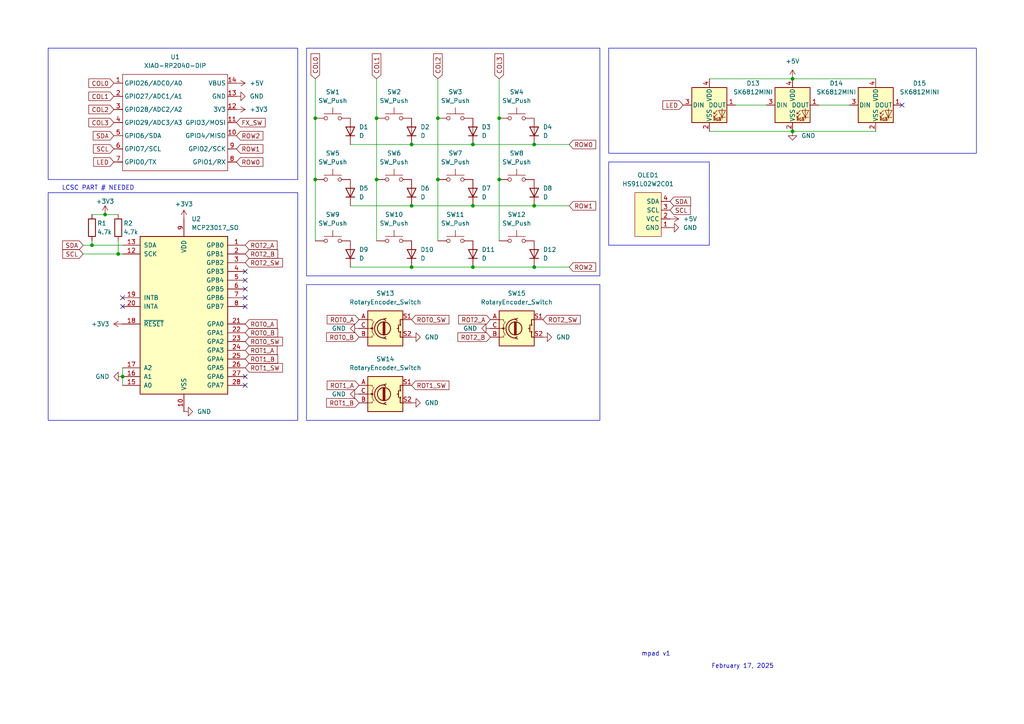
<source format=kicad_sch>
(kicad_sch (version 20250114) (generator "eeschema") (generator_version "9.0")
  (paper "A4")
  (lib_symbols
    (symbol "Device:D" (pin_numbers (hide yes)) (pin_names (offset 1.016) (hide yes))
      (property "Reference" "D" (at 0 2.54 0))
      (property "Value" "D" (at 0 -2.54 0))
      (symbol "D_0_1"
        (polyline (pts (xy -1.27 1.27) (xy -1.27 -1.27)) (stroke (width 0.254)))
        (polyline (pts (xy 1.27 1.27) (xy 1.27 -1.27) (xy -1.27 0) (xy 1.27 1.27)) (stroke (width 0.254)))
        (polyline (pts (xy 1.27 0) (xy -1.27 0)))
      )
      (symbol "D_1_1"
        (pin passive line (at -3.81 0 0) (length 2.54) (name "K") (number "1"))
        (pin passive line (at 3.81 0 180) (length 2.54) (name "A") (number "2"))
      )
    )
    (symbol "Device:R" (pin_numbers (hide yes)) (pin_names (offset 0))
      (property "Reference" "R" (at 2.032 0 90))
      (property "Value" "R" (at 0 0 90))
      (symbol "R_0_1"
        (rectangle (start -1.016 -2.54) (end 1.016 2.54) (stroke (width 0.254)))
      )
      (symbol "R_1_1"
        (pin passive line (at 0 3.81 270) (length 1.27) (name "~") (number "1"))
        (pin passive line (at 0 -3.81 90) (length 1.27) (name "~") (number "2"))
      )
    )
    (symbol "Device:RotaryEncoder_Switch" (pin_names (offset 0.254) (hide yes))
      (property "Reference" "SW" (at 0 6.604 0))
      (property "Value" "RotaryEncoder_Switch" (at 0 -6.604 0))
      (symbol "RotaryEncoder_Switch_0_1"
        (rectangle (start -5.08 5.08) (end 5.08 -5.08) (stroke (width 0.254)) (fill (type background)))
        (polyline (pts (xy -5.08 2.54) (xy -3.81 2.54) (xy -3.81 2.032)))
        (polyline (pts (xy -5.08 0) (xy -3.81 0) (xy -3.81 -1.016) (xy -3.302 -2.032)))
        (polyline (pts (xy -5.08 -2.54) (xy -3.81 -2.54) (xy -3.81 -2.032)))
        (polyline (pts (xy -4.318 0) (xy -3.81 0) (xy -3.81 1.016) (xy -3.302 2.032)))
        (circle (center -3.81 0) (radius 0.254) (fill (type outline)))
        (polyline (pts (xy -0.635 -1.778) (xy -0.635 1.778)) (stroke (width 0.254)))
        (circle (center -0.381 0) (radius 1.905) (stroke (width 0.254)))
        (polyline (pts (xy -0.381 -1.778) (xy -0.381 1.778)) (stroke (width 0.254)))
        (arc (start -0.381 -2.794) (mid -3.0988 -0.0635) (end -0.381 2.667) (stroke (width 0.254)))
        (polyline (pts (xy -0.127 1.778) (xy -0.127 -1.778)) (stroke (width 0.254)))
        (polyline (pts (xy 0.254 2.921) (xy -0.508 2.667) (xy 0.127 2.286)) (stroke (width 0.254)))
        (polyline (pts (xy 0.254 -3.048) (xy -0.508 -2.794) (xy 0.127 -2.413)) (stroke (width 0.254)))
        (polyline (pts (xy 3.81 1.016) (xy 3.81 -1.016)) (stroke (width 0.254)))
        (polyline (pts (xy 3.81 0) (xy 3.429 0)) (stroke (width 0.254)))
        (circle (center 4.318 1.016) (radius 0.127) (stroke (width 0.254)))
        (circle (center 4.318 -1.016) (radius 0.127) (stroke (width 0.254)))
        (polyline (pts (xy 5.08 2.54) (xy 4.318 2.54) (xy 4.318 1.016)) (stroke (width 0.254)))
        (polyline (pts (xy 5.08 -2.54) (xy 4.318 -2.54) (xy 4.318 -1.016)) (stroke (width 0.254)))
      )
      (symbol "RotaryEncoder_Switch_1_1"
        (pin passive line (at -7.62 2.54 0) (length 2.54) (name "A") (number "A"))
        (pin passive line (at -7.62 0 0) (length 2.54) (name "C") (number "C"))
        (pin passive line (at -7.62 -2.54 0) (length 2.54) (name "B") (number "B"))
        (pin passive line (at 7.62 2.54 180) (length 2.54) (name "S1") (number "S1"))
        (pin passive line (at 7.62 -2.54 180) (length 2.54) (name "S2") (number "S2"))
      )
    )
    (symbol "Interface_Expansion:MCP23017_SO" (pin_names (offset 1.016))
      (property "Reference" "U" (at -11.43 24.13 0))
      (property "Value" "MCP23017_SO" (at 0 0 0))
      (symbol "MCP23017_SO_0_1"
        (rectangle (start -12.7 22.86) (end 12.7 -22.86) (stroke (width 0.254)) (fill (type background)))
      )
      (symbol "MCP23017_SO_1_1"
        (pin bidirectional line (at -17.78 20.32 0) (length 5.08) (name "SDA") (number "13"))
        (pin input line (at -17.78 17.78 0) (length 5.08) (name "SCK") (number "12"))
        (pin tri_state line (at -17.78 5.08 0) (length 5.08) (name "INTB") (number "19"))
        (pin tri_state line (at -17.78 2.54 0) (length 5.08) (name "INTA") (number "20"))
        (pin input line (at -17.78 -2.54 0) (length 5.08) (name "~{RESET}") (number "18"))
        (pin input line (at -17.78 -15.24 0) (length 5.08) (name "A2") (number "17"))
        (pin input line (at -17.78 -17.78 0) (length 5.08) (name "A1") (number "16"))
        (pin input line (at -17.78 -20.32 0) (length 5.08) (name "A0") (number "15"))
        (pin no_connect line (at -12.7 15.24 0) (length 5.08) (hide yes) (name "NC") (number "11"))
        (pin no_connect line (at -12.7 12.7 0) (length 5.08) (hide yes) (name "NC") (number "14"))
        (pin power_in line (at 0 27.94 270) (length 5.08) (name "VDD") (number "9"))
        (pin power_in line (at 0 -27.94 90) (length 5.08) (name "VSS") (number "10"))
        (pin bidirectional line (at 17.78 20.32 180) (length 5.08) (name "GPB0") (number "1"))
        (pin bidirectional line (at 17.78 17.78 180) (length 5.08) (name "GPB1") (number "2"))
        (pin bidirectional line (at 17.78 15.24 180) (length 5.08) (name "GPB2") (number "3"))
        (pin bidirectional line (at 17.78 12.7 180) (length 5.08) (name "GPB3") (number "4"))
        (pin bidirectional line (at 17.78 10.16 180) (length 5.08) (name "GPB4") (number "5"))
        (pin bidirectional line (at 17.78 7.62 180) (length 5.08) (name "GPB5") (number "6"))
        (pin bidirectional line (at 17.78 5.08 180) (length 5.08) (name "GPB6") (number "7"))
        (pin output line (at 17.78 2.54 180) (length 5.08) (name "GPB7") (number "8"))
        (pin bidirectional line (at 17.78 -2.54 180) (length 5.08) (name "GPA0") (number "21"))
        (pin bidirectional line (at 17.78 -5.08 180) (length 5.08) (name "GPA1") (number "22"))
        (pin bidirectional line (at 17.78 -7.62 180) (length 5.08) (name "GPA2") (number "23"))
        (pin bidirectional line (at 17.78 -10.16 180) (length 5.08) (name "GPA3") (number "24"))
        (pin bidirectional line (at 17.78 -12.7 180) (length 5.08) (name "GPA4") (number "25"))
        (pin bidirectional line (at 17.78 -15.24 180) (length 5.08) (name "GPA5") (number "26"))
        (pin bidirectional line (at 17.78 -17.78 180) (length 5.08) (name "GPA6") (number "27"))
        (pin output line (at 17.78 -20.32 180) (length 5.08) (name "GPA7") (number "28"))
      )
    )
    (symbol "LED:SK6812MINI" (pin_names (offset 0.254))
      (property "Reference" "D" (at 5.08 5.715 0))
      (property "Value" "SK6812MINI" (at 1.27 -5.715 0))
      (symbol "SK6812MINI_0_0"
        (text "RGB" (at 2.286 -4.191 0) (effects (font (size 0.762 0.762))))
      )
      (symbol "SK6812MINI_0_1"
        (polyline (pts (xy 1.27 -2.54) (xy 1.778 -2.54)))
        (polyline (pts (xy 1.27 -3.556) (xy 1.778 -3.556)))
        (polyline (pts (xy 2.286 -1.524) (xy 1.27 -2.54) (xy 1.27 -2.032)))
        (polyline (pts (xy 2.286 -2.54) (xy 1.27 -3.556) (xy 1.27 -3.048)))
        (polyline (pts (xy 3.683 -1.016) (xy 3.683 -3.556) (xy 3.683 -4.064)))
        (polyline (pts (xy 4.699 -1.524) (xy 2.667 -1.524) (xy 3.683 -3.556) (xy 4.699 -1.524)))
        (polyline (pts (xy 4.699 -3.556) (xy 2.667 -3.556)))
        (rectangle (start 5.08 5.08) (end -5.08 -5.08) (stroke (width 0.254)) (fill (type background)))
      )
      (symbol "SK6812MINI_1_1"
        (pin input line (at -7.62 0 0) (length 2.54) (name "DIN") (number "3"))
        (pin power_in line (at 0 7.62 270) (length 2.54) (name "VDD") (number "4"))
        (pin power_in line (at 0 -7.62 90) (length 2.54) (name "VSS") (number "2"))
        (pin output line (at 7.62 0 180) (length 2.54) (name "DOUT") (number "1"))
      )
    )
    (symbol "OPL:XIAO-RP2040-DIP"
      (property "Reference" "U" (at 0 0 0))
      (property "Value" "XIAO-RP2040-DIP" (at 5.334 -1.778 0))
      (symbol "XIAO-RP2040-DIP_1_0"
        (polyline (pts (xy -1.27 -2.54) (xy 29.21 -2.54)) (stroke (width 0.1524)))
        (polyline (pts (xy -1.27 -5.08) (xy -2.54 -5.08)) (stroke (width 0.1524)))
        (polyline (pts (xy -1.27 -5.08) (xy -1.27 -2.54)) (stroke (width 0.1524)))
        (polyline (pts (xy -1.27 -8.89) (xy -2.54 -8.89)) (stroke (width 0.1524)))
        (polyline (pts (xy -1.27 -8.89) (xy -1.27 -5.08)) (stroke (width 0.1524)))
        (polyline (pts (xy -1.27 -12.7) (xy -2.54 -12.7)) (stroke (width 0.1524)))
        (polyline (pts (xy -1.27 -12.7) (xy -1.27 -8.89)) (stroke (width 0.1524)))
        (polyline (pts (xy -1.27 -16.51) (xy -2.54 -16.51)) (stroke (width 0.1524)))
        (polyline (pts (xy -1.27 -16.51) (xy -1.27 -12.7)) (stroke (width 0.1524)))
        (polyline (pts (xy -1.27 -20.32) (xy -2.54 -20.32)) (stroke (width 0.1524)))
        (polyline (pts (xy -1.27 -24.13) (xy -2.54 -24.13)) (stroke (width 0.1524)))
        (polyline (pts (xy -1.27 -27.94) (xy -2.54 -27.94)) (stroke (width 0.1524)))
        (polyline (pts (xy -1.27 -30.48) (xy -1.27 -16.51)) (stroke (width 0.1524)))
        (polyline (pts (xy 29.21 -2.54) (xy 29.21 -5.08)) (stroke (width 0.1524)))
        (polyline (pts (xy 29.21 -5.08) (xy 29.21 -8.89)) (stroke (width 0.1524)))
        (polyline (pts (xy 29.21 -8.89) (xy 29.21 -12.7)) (stroke (width 0.1524)))
        (polyline (pts (xy 29.21 -12.7) (xy 29.21 -30.48)) (stroke (width 0.1524)))
        (polyline (pts (xy 29.21 -30.48) (xy -1.27 -30.48)) (stroke (width 0.1524)))
        (polyline (pts (xy 30.48 -5.08) (xy 29.21 -5.08)) (stroke (width 0.1524)))
        (polyline (pts (xy 30.48 -8.89) (xy 29.21 -8.89)) (stroke (width 0.1524)))
        (polyline (pts (xy 30.48 -12.7) (xy 29.21 -12.7)) (stroke (width 0.1524)))
        (polyline (pts (xy 30.48 -16.51) (xy 29.21 -16.51)) (stroke (width 0.1524)))
        (polyline (pts (xy 30.48 -20.32) (xy 29.21 -20.32)) (stroke (width 0.1524)))
        (polyline (pts (xy 30.48 -24.13) (xy 29.21 -24.13)) (stroke (width 0.1524)))
        (polyline (pts (xy 30.48 -27.94) (xy 29.21 -27.94)) (stroke (width 0.1524)))
        (pin passive line (at -3.81 -5.08 0) (length 2.54) (name "GPIO26/ADC0/A0") (number "1"))
        (pin passive line (at -3.81 -8.89 0) (length 2.54) (name "GPIO27/ADC1/A1") (number "2"))
        (pin passive line (at -3.81 -12.7 0) (length 2.54) (name "GPIO28/ADC2/A2") (number "3"))
        (pin passive line (at -3.81 -16.51 0) (length 2.54) (name "GPIO29/ADC3/A3") (number "4"))
        (pin passive line (at -3.81 -20.32 0) (length 2.54) (name "GPIO6/SDA") (number "5"))
        (pin passive line (at -3.81 -24.13 0) (length 2.54) (name "GPIO7/SCL") (number "6"))
        (pin passive line (at -3.81 -27.94 0) (length 2.54) (name "GPIO0/TX") (number "7"))
        (pin passive line (at 31.75 -5.08 180) (length 2.54) (name "VBUS") (number "14"))
        (pin passive line (at 31.75 -8.89 180) (length 2.54) (name "GND") (number "13"))
        (pin passive line (at 31.75 -12.7 180) (length 2.54) (name "3V3") (number "12"))
        (pin passive line (at 31.75 -16.51 180) (length 2.54) (name "GPIO3/MOSI") (number "11"))
        (pin passive line (at 31.75 -20.32 180) (length 2.54) (name "GPIO4/MISO") (number "10"))
        (pin passive line (at 31.75 -24.13 180) (length 2.54) (name "GPIO2/SCK") (number "9"))
        (pin passive line (at 31.75 -27.94 180) (length 2.54) (name "GPIO1/RX") (number "8"))
      )
    )
    (symbol "Switch:SW_Push" (pin_numbers (hide yes)) (pin_names (offset 1.016) (hide yes))
      (property "Reference" "SW" (at 1.27 2.54 0))
      (property "Value" "SW_Push" (at 0 -1.524 0))
      (symbol "SW_Push_0_1"
        (circle (center -2.032 0) (radius 0.508))
        (polyline (pts (xy 0 1.27) (xy 0 3.048)))
        (circle (center 2.032 0) (radius 0.508))
        (polyline (pts (xy 2.54 1.27) (xy -2.54 1.27)))
        (pin passive line (at -5.08 0 0) (length 2.54) (name "1") (number "1"))
        (pin passive line (at 5.08 0 180) (length 2.54) (name "2") (number "2"))
      )
    )
    (symbol "easyeda2kicad:HS91L02W2C01"
      (property "Reference" "OLED" (at 0 8.89 0))
      (property "Value" "HS91L02W2C01" (at 0 -8.89 0))
      (symbol "HS91L02W2C01_0_1"
        (rectangle (start -5.08 6.35) (end 2.54 -6.35) (fill (type background)))
        (pin unspecified line (at 5.08 3.81 180) (length 2.54) (name "SDA") (number "4"))
        (pin unspecified line (at 5.08 1.27 180) (length 2.54) (name "SCL") (number "3"))
        (pin unspecified line (at 5.08 -1.27 180) (length 2.54) (name "VCC") (number "2"))
        (pin unspecified line (at 5.08 -3.81 180) (length 2.54) (name "GND") (number "1"))
      )
    )
    (symbol "power:+3V3" (power) (pin_numbers (hide yes)) (pin_names (offset 0) (hide yes))
      (property "Value" "+3V3" (at 0 3.556 0))
      (symbol "+3V3_0_1"
        (polyline (pts (xy -0.762 1.27) (xy 0 2.54)))
        (polyline (pts (xy 0 2.54) (xy 0.762 1.27)))
        (polyline (pts (xy 0 0) (xy 0 2.54)))
      )
      (symbol "+3V3_1_1"
        (pin power_in line (at 0 0 90) (length 0) (name "~") (number "1"))
      )
    )
    (symbol "power:+5V" (power) (pin_numbers (hide yes)) (pin_names (offset 0) (hide yes))
      (property "Value" "+5V" (at 0 3.556 0))
      (symbol "+5V_0_1"
        (polyline (pts (xy -0.762 1.27) (xy 0 2.54)))
        (polyline (pts (xy 0 2.54) (xy 0.762 1.27)))
        (polyline (pts (xy 0 0) (xy 0 2.54)))
      )
      (symbol "+5V_1_1"
        (pin power_in line (at 0 0 90) (length 0) (name "~") (number "1"))
      )
    )
    (symbol "power:GND" (power) (pin_numbers (hide yes)) (pin_names (offset 0) (hide yes))
      (property "Value" "GND" (at 0 -3.81 0))
      (symbol "GND_0_1"
        (polyline (pts (xy 0 0) (xy 0 -1.27) (xy 1.27 -1.27) (xy 0 -2.54) (xy -1.27 -1.27) (xy 0 -1.27)))
      )
      (symbol "GND_1_1"
        (pin power_in line (at 0 0 270) (length 0) (name "~") (number "1"))
      )
    )
  )
  (rectangle (start 13.97 13.97) (end 86.36 52.07))
  (rectangle (start 176.53 13.97) (end 283.21 44.45))
  (rectangle (start 176.53 46.99) (end 205.74 71.12))
  (rectangle (start 88.9 82.55) (end 173.99 121.92))
  (rectangle (start 13.97 55.88) (end 86.36 121.92))
  (rectangle (start 88.9 13.97) (end 173.99 80.01))
  (text "mpad v1" (at 190.246 189.738 0) (effects (font (size 1.27 1.27))))
  (text "February 17, 2025" (at 215.392 193.294 0) (effects (font (size 1.27 1.27))))
  (text "LCSC PART # NEEDED" (at 28.448 54.61 0) (effects (font (size 1.27 1.27))))
  (junction (at 35.56 109.22))
  (junction (at 109.22 34.29))
  (junction (at 137.16 59.69))
  (junction (at 144.78 52.07))
  (junction (at 144.78 34.29))
  (junction (at 119.38 77.47))
  (junction (at 119.38 59.69))
  (junction (at 154.94 41.91))
  (junction (at 91.44 34.29))
  (junction (at 34.29 73.66))
  (junction (at 137.16 41.91))
  (junction (at 127 34.29))
  (junction (at 229.87 38.1))
  (junction (at 154.94 59.69))
  (junction (at 127 52.07))
  (junction (at 137.16 77.47))
  (junction (at 109.22 52.07))
  (junction (at 30.48 62.23))
  (junction (at 154.94 77.47))
  (junction (at 26.67 71.12))
  (junction (at 229.87 22.86))
  (junction (at 91.44 52.07))
  (junction (at 119.38 41.91))
  (no_connect (at 261.62 30.48))
  (no_connect (at 35.56 88.9))
  (no_connect (at 71.12 111.76))
  (no_connect (at 71.12 81.28))
  (no_connect (at 71.12 86.36))
  (no_connect (at 71.12 78.74))
  (no_connect (at 71.12 88.9))
  (no_connect (at 71.12 109.22))
  (no_connect (at 71.12 83.82))
  (no_connect (at 35.56 86.36))
  (wire (pts (xy 237.49 30.48) (xy 246.38 30.48)))
  (wire (pts (xy 91.44 52.07) (xy 91.44 69.85)))
  (wire (pts (xy 119.38 77.47) (xy 137.16 77.47)))
  (wire (pts (xy 109.22 52.07) (xy 109.22 69.85)))
  (wire (pts (xy 154.94 41.91) (xy 165.1 41.91)))
  (wire (pts (xy 109.22 22.86) (xy 109.22 34.29)))
  (wire (pts (xy 26.67 71.12) (xy 35.56 71.12)))
  (wire (pts (xy 34.29 69.85) (xy 34.29 73.66)))
  (wire (pts (xy 144.78 52.07) (xy 144.78 69.85)))
  (wire (pts (xy 213.36 30.48) (xy 222.25 30.48)))
  (wire (pts (xy 101.6 77.47) (xy 119.38 77.47)))
  (wire (pts (xy 119.38 41.91) (xy 137.16 41.91)))
  (wire (pts (xy 229.87 22.86) (xy 254 22.86)))
  (wire (pts (xy 127 22.86) (xy 127 34.29)))
  (wire (pts (xy 127 34.29) (xy 127 52.07)))
  (wire (pts (xy 154.94 59.69) (xy 165.1 59.69)))
  (wire (pts (xy 26.67 69.85) (xy 26.67 71.12)))
  (wire (pts (xy 127 52.07) (xy 127 69.85)))
  (wire (pts (xy 91.44 22.86) (xy 91.44 34.29)))
  (wire (pts (xy 101.6 59.69) (xy 119.38 59.69)))
  (wire (pts (xy 26.67 62.23) (xy 30.48 62.23)))
  (wire (pts (xy 24.13 73.66) (xy 34.29 73.66)))
  (wire (pts (xy 101.6 41.91) (xy 119.38 41.91)))
  (wire (pts (xy 30.48 62.23) (xy 34.29 62.23)))
  (wire (pts (xy 35.56 109.22) (xy 35.56 111.76)))
  (wire (pts (xy 137.16 77.47) (xy 154.94 77.47)))
  (wire (pts (xy 205.74 38.1) (xy 229.87 38.1)))
  (wire (pts (xy 137.16 59.69) (xy 154.94 59.69)))
  (wire (pts (xy 205.74 22.86) (xy 229.87 22.86)))
  (wire (pts (xy 229.87 38.1) (xy 254 38.1)))
  (wire (pts (xy 144.78 22.86) (xy 144.78 34.29)))
  (wire (pts (xy 35.56 106.68) (xy 35.56 109.22)))
  (wire (pts (xy 34.29 73.66) (xy 35.56 73.66)))
  (wire (pts (xy 119.38 59.69) (xy 137.16 59.69)))
  (wire (pts (xy 91.44 34.29) (xy 91.44 52.07)))
  (wire (pts (xy 144.78 34.29) (xy 144.78 52.07)))
  (wire (pts (xy 24.13 71.12) (xy 26.67 71.12)))
  (wire (pts (xy 154.94 77.47) (xy 165.1 77.47)))
  (wire (pts (xy 109.22 34.29) (xy 109.22 52.07)))
  (wire (pts (xy 137.16 41.91) (xy 154.94 41.91)))
  (global_label "ROT0_A" (shape input) (at 104.14 92.71 180) (property "Intersheetrefs" "${INTERSHEET_REFS}" (effects (hide yes))))
  (global_label "SDA" (shape input) (at 24.13 71.12 180) (property "Intersheetrefs" "${INTERSHEET_REFS}" (effects (hide yes))))
  (global_label "COL1" (shape input) (at 109.22 22.86 90) (property "Intersheetrefs" "${INTERSHEET_REFS}" (effects (hide yes))))
  (global_label "ROW2" (shape input) (at 165.1 77.47 0) (property "Intersheetrefs" "${INTERSHEET_REFS}" (effects (hide yes))))
  (global_label "ROT2_SW" (shape input) (at 71.12 76.2 0) (property "Intersheetrefs" "${INTERSHEET_REFS}" (effects (hide yes))))
  (global_label "ROT1_A" (shape input) (at 71.12 101.6 0) (property "Intersheetrefs" "${INTERSHEET_REFS}" (effects (hide yes))))
  (global_label "COL3" (shape input) (at 33.02 35.56 180) (property "Intersheetrefs" "${INTERSHEET_REFS}" (effects (hide yes))))
  (global_label "FX_SW" (shape input) (at 68.58 35.56 0) (property "Intersheetrefs" "${INTERSHEET_REFS}" (effects (hide yes))))
  (global_label "COL0" (shape input) (at 33.02 24.13 180) (property "Intersheetrefs" "${INTERSHEET_REFS}" (effects (hide yes))))
  (global_label "ROT2_SW" (shape input) (at 157.48 92.71 0) (property "Intersheetrefs" "${INTERSHEET_REFS}" (effects (hide yes))))
  (global_label "COL2" (shape input) (at 127 22.86 90) (property "Intersheetrefs" "${INTERSHEET_REFS}" (effects (hide yes))))
  (global_label "ROW1" (shape input) (at 68.58 43.18 0) (property "Intersheetrefs" "${INTERSHEET_REFS}" (effects (hide yes))))
  (global_label "COL1" (shape input) (at 33.02 27.94 180) (property "Intersheetrefs" "${INTERSHEET_REFS}" (effects (hide yes))))
  (global_label "ROT1_B" (shape input) (at 104.14 116.84 180) (property "Intersheetrefs" "${INTERSHEET_REFS}" (effects (hide yes))))
  (global_label "ROW0" (shape input) (at 165.1 41.91 0) (property "Intersheetrefs" "${INTERSHEET_REFS}" (effects (hide yes))))
  (global_label "ROW2" (shape input) (at 68.58 39.37 0) (property "Intersheetrefs" "${INTERSHEET_REFS}" (effects (hide yes))))
  (global_label "ROT0_SW" (shape input) (at 119.38 92.71 0) (property "Intersheetrefs" "${INTERSHEET_REFS}" (effects (hide yes))))
  (global_label "SCL" (shape input) (at 24.13 73.66 180) (property "Intersheetrefs" "${INTERSHEET_REFS}" (effects (hide yes))))
  (global_label "ROT0_B" (shape input) (at 71.12 96.52 0) (property "Intersheetrefs" "${INTERSHEET_REFS}" (effects (hide yes))))
  (global_label "ROT2_B" (shape input) (at 71.12 73.66 0) (property "Intersheetrefs" "${INTERSHEET_REFS}" (effects (hide yes))))
  (global_label "ROT0_SW" (shape input) (at 71.12 99.06 0) (property "Intersheetrefs" "${INTERSHEET_REFS}" (effects (hide yes))))
  (global_label "ROW0" (shape input) (at 68.58 46.99 0) (property "Intersheetrefs" "${INTERSHEET_REFS}" (effects (hide yes))))
  (global_label "SCL" (shape input) (at 194.31 60.96 0) (property "Intersheetrefs" "${INTERSHEET_REFS}" (effects (hide yes))))
  (global_label "SDA" (shape input) (at 33.02 39.37 180) (property "Intersheetrefs" "${INTERSHEET_REFS}" (effects (hide yes))))
  (global_label "ROT0_B" (shape input) (at 104.14 97.79 180) (property "Intersheetrefs" "${INTERSHEET_REFS}" (effects (hide yes))))
  (global_label "ROW1" (shape input) (at 165.1 59.69 0) (property "Intersheetrefs" "${INTERSHEET_REFS}" (effects (hide yes))))
  (global_label "ROT0_A" (shape input) (at 71.12 93.98 0) (property "Intersheetrefs" "${INTERSHEET_REFS}" (effects (hide yes))))
  (global_label "ROT2_B" (shape input) (at 142.24 97.79 180) (property "Intersheetrefs" "${INTERSHEET_REFS}" (effects (hide yes))))
  (global_label "COL3" (shape input) (at 144.78 22.86 90) (property "Intersheetrefs" "${INTERSHEET_REFS}" (effects (hide yes))))
  (global_label "ROT1_SW" (shape input) (at 71.12 106.68 0) (property "Intersheetrefs" "${INTERSHEET_REFS}" (effects (hide yes))))
  (global_label "ROT1_SW" (shape input) (at 119.38 111.76 0) (property "Intersheetrefs" "${INTERSHEET_REFS}" (effects (hide yes))))
  (global_label "COL2" (shape input) (at 33.02 31.75 180) (property "Intersheetrefs" "${INTERSHEET_REFS}" (effects (hide yes))))
  (global_label "LED" (shape input) (at 198.12 30.48 180) (property "Intersheetrefs" "${INTERSHEET_REFS}" (effects (hide yes))))
  (global_label "ROT2_A" (shape input) (at 71.12 71.12 0) (property "Intersheetrefs" "${INTERSHEET_REFS}" (effects (hide yes))))
  (global_label "SDA" (shape input) (at 194.31 58.42 0) (property "Intersheetrefs" "${INTERSHEET_REFS}" (effects (hide yes))))
  (global_label "ROT1_B" (shape input) (at 71.12 104.14 0) (property "Intersheetrefs" "${INTERSHEET_REFS}" (effects (hide yes))))
  (global_label "ROT1_A" (shape input) (at 104.14 111.76 180) (property "Intersheetrefs" "${INTERSHEET_REFS}" (effects (hide yes))))
  (global_label "LED" (shape input) (at 33.02 46.99 180) (property "Intersheetrefs" "${INTERSHEET_REFS}" (effects (hide yes))))
  (global_label "ROT2_A" (shape input) (at 142.24 92.71 180) (property "Intersheetrefs" "${INTERSHEET_REFS}" (effects (hide yes))))
  (global_label "COL0" (shape input) (at 91.44 22.86 90) (property "Intersheetrefs" "${INTERSHEET_REFS}" (effects (hide yes))))
  (global_label "SCL" (shape input) (at 33.02 43.18 180) (property "Intersheetrefs" "${INTERSHEET_REFS}" (effects (hide yes))))
  (symbol (lib_id "power:GND") (at 119.38 116.84 90) (unit 1)
    (property "Reference" "#PWR015" (effects (hide yes)))
    (property "Value" "GND" (at 123.19 116.8399 90) (effects (justify right)))
    (property "Description" "Power symbol creates a global label with name \"GND\" , ground" (effects (hide yes)))
  )
  (symbol (lib_id "power:GND") (at 104.14 114.3 270) (unit 1)
    (property "Reference" "#PWR019" (effects (hide yes)))
    (property "Value" "GND" (at 100.33 114.2999 90) (effects (justify right)))
    (property "Description" "Power symbol creates a global label with name \"GND\" , ground" (effects (hide yes)))
  )
  (symbol (lib_id "power:+5V") (at 194.31 63.5 270) (unit 1)
    (property "Reference" "#PWR012" (effects (hide yes)))
    (property "Value" "+5V" (at 198.12 63.4999 90) (effects (justify left)))
    (property "Description" "Power symbol creates a global label with name \"+5V\"" (effects (hide yes)))
  )
  (symbol (lib_id "Device:D") (at 101.6 55.88 90) (unit 1)
    (property "Reference" "D5" (at 104.14 54.6099 90) (effects (justify right)))
    (property "Value" "D" (at 104.14 57.1499 90) (effects (justify right)))
    (property "Footprint" "Diode_THT:D_DO-35_SOD27_P7.62mm_Horizontal" (effects (hide yes)))
    (property "Description" "Diode" (effects (hide yes)))
    (property "Sim.Device" "D" (effects (hide yes)))
    (property "Sim.Pins" "1=K 2=A" (effects (hide yes)))
  )
  (symbol (lib_id "Interface_Expansion:MCP23017_SO") (at 53.34 91.44 0) (unit 1)
    (property "Reference" "U2" (at 55.5341 63.5 0) (effects (justify left)))
    (property "Value" "MCP23017_SO" (at 55.5341 66.04 0) (effects (justify left)))
    (property "Footprint" "Package_SO:SOIC-28W_7.5x17.9mm_P1.27mm" (effects (hide yes)))
    (property "Datasheet" "https://ww1.microchip.com/downloads/aemDocuments/documents/APID/ProductDocuments/DataSheets/MCP23017-Data-Sheet-DS20001952.pdf" (effects (hide yes)))
    (property "Description" "16-bit I/O expander, I2C, interrupts, w pull-ups, GPA/B7 output only (https://microchip.my.site.com/s/article/GPA7---GPB7-Cannot-Be-Used-as-Inputs-In-MCP23017),  SOIC-28" (effects (hide yes)))
  )
  (symbol (lib_id "Device:R") (at 34.29 66.04 0) (unit 1)
    (property "Reference" "R2" (at 35.814 64.77 0) (effects (justify left)))
    (property "Value" "4.7k" (at 35.814 67.31 0) (effects (justify left)))
    (property "Footprint" "Resistor_THT:R_Axial_DIN0204_L3.6mm_D1.6mm_P7.62mm_Horizontal" (effects (hide yes)))
    (property "Description" "Resistor" (effects (hide yes)))
  )
  (symbol (lib_id "Switch:SW_Push") (at 132.08 69.85 0) (unit 1)
    (property "Reference" "SW11" (at 132.08 62.23 0))
    (property "Value" "SW_Push" (at 132.08 64.77 0))
    (property "Footprint" "KiSwitch:SW_Kailh_Choc_V2_1.00u" (effects (hide yes)))
    (property "Description" "Push button switch, generic, two pins" (effects (hide yes)))
  )
  (symbol (lib_id "Switch:SW_Push") (at 149.86 52.07 0) (unit 1)
    (property "Reference" "SW8" (at 149.86 44.45 0))
    (property "Value" "SW_Push" (at 149.86 46.99 0))
    (property "Footprint" "KiSwitch:SW_Kailh_Choc_V2_1.00u" (effects (hide yes)))
    (property "Description" "Push button switch, generic, two pins" (effects (hide yes)))
  )
  (symbol (lib_id "Switch:SW_Push") (at 114.3 52.07 0) (unit 1)
    (property "Reference" "SW6" (at 114.3 44.45 0))
    (property "Value" "SW_Push" (at 114.3 46.99 0))
    (property "Footprint" "KiSwitch:SW_Kailh_Choc_V2_1.00u" (effects (hide yes)))
    (property "Description" "Push button switch, generic, two pins" (effects (hide yes)))
  )
  (symbol (lib_id "power:GND") (at 68.58 27.94 90) (unit 1)
    (property "Reference" "#PWR02" (effects (hide yes)))
    (property "Value" "GND" (at 72.39 27.9399 90) (effects (justify right)))
    (property "Description" "Power symbol creates a global label with name \"GND\" , ground" (effects (hide yes)))
  )
  (symbol (lib_id "LED:SK6812MINI") (at 229.87 30.48 0) (unit 1)
    (property "Reference" "D14" (at 242.57 24.1614 0))
    (property "Value" "SK6812MINI" (at 242.57 26.7014 0))
    (property "Footprint" "LED_SMD:LED_SK6812MINI_PLCC4_3.5x3.5mm_P1.75mm" (effects (hide yes)))
    (property "Datasheet" "https://cdn-shop.adafruit.com/product-files/2686/SK6812MINI_REV.01-1-2.pdf" (effects (hide yes)))
    (property "Description" "RGB LED with integrated controller" (effects (hide yes)))
  )
  (symbol (lib_id "power:+5V") (at 68.58 24.13 270) (unit 1)
    (property "Reference" "#PWR01" (effects (hide yes)))
    (property "Value" "+5V" (at 72.39 24.1299 90) (effects (justify left)))
    (property "Description" "Power symbol creates a global label with name \"+5V\"" (effects (hide yes)))
  )
  (symbol (lib_id "Device:D") (at 137.16 38.1 90) (unit 1)
    (property "Reference" "D3" (at 139.7 36.8299 90) (effects (justify right)))
    (property "Value" "D" (at 139.7 39.3699 90) (effects (justify right)))
    (property "Footprint" "Diode_THT:D_DO-35_SOD27_P7.62mm_Horizontal" (effects (hide yes)))
    (property "Description" "Diode" (effects (hide yes)))
    (property "Sim.Device" "D" (effects (hide yes)))
    (property "Sim.Pins" "1=K 2=A" (effects (hide yes)))
  )
  (symbol (lib_id "Device:RotaryEncoder_Switch") (at 111.76 95.25 0) (unit 1)
    (property "Reference" "SW13" (at 111.76 85.09 0))
    (property "Value" "RotaryEncoder_Switch" (at 111.76 87.63 0))
    (property "Footprint" "Rotary_Encoder:RotaryEncoder_Alps_EC11E-Switch_Vertical_H20mm_CircularMountingHoles" (effects (hide yes)))
    (property "Description" "Rotary encoder, dual channel, incremental quadrate outputs, with switch" (effects (hide yes)))
  )
  (symbol (lib_id "Switch:SW_Push") (at 96.52 52.07 0) (unit 1)
    (property "Reference" "SW5" (at 96.52 44.45 0))
    (property "Value" "SW_Push" (at 96.52 46.99 0))
    (property "Footprint" "KiSwitch:SW_Kailh_Choc_V2_1.00u" (effects (hide yes)))
    (property "Description" "Push button switch, generic, two pins" (effects (hide yes)))
  )
  (symbol (lib_id "Switch:SW_Push") (at 149.86 34.29 0) (unit 1)
    (property "Reference" "SW4" (at 149.86 26.67 0))
    (property "Value" "SW_Push" (at 149.86 29.21 0))
    (property "Footprint" "KiSwitch:SW_Kailh_Choc_V2_1.00u" (effects (hide yes)))
    (property "Description" "Push button switch, generic, two pins" (effects (hide yes)))
  )
  (symbol (lib_id "LED:SK6812MINI") (at 254 30.48 0) (unit 1)
    (property "Reference" "D15" (at 266.7 24.1614 0))
    (property "Value" "SK6812MINI" (at 266.7 26.7014 0))
    (property "Footprint" "LED_SMD:LED_SK6812MINI_PLCC4_3.5x3.5mm_P1.75mm" (effects (hide yes)))
    (property "Datasheet" "https://cdn-shop.adafruit.com/product-files/2686/SK6812MINI_REV.01-1-2.pdf" (effects (hide yes)))
    (property "Description" "RGB LED with integrated controller" (effects (hide yes)))
  )
  (symbol (lib_id "power:+3V3") (at 53.34 63.5 0) (unit 1)
    (property "Reference" "#PWR04" (effects (hide yes)))
    (property "Value" "+3V3" (at 53.34 59.182 0))
    (property "Description" "Power symbol creates a global label with name \"+3V3\"" (effects (hide yes)))
  )
  (symbol (lib_id "Device:D") (at 119.38 73.66 90) (unit 1)
    (property "Reference" "D10" (at 121.92 72.3899 90) (effects (justify right)))
    (property "Value" "D" (at 121.92 74.9299 90) (effects (justify right)))
    (property "Footprint" "Diode_THT:D_DO-35_SOD27_P7.62mm_Horizontal" (effects (hide yes)))
    (property "Description" "Diode" (effects (hide yes)))
    (property "Sim.Device" "D" (effects (hide yes)))
    (property "Sim.Pins" "1=K 2=A" (effects (hide yes)))
  )
  (symbol (lib_id "power:GND") (at 157.48 97.79 90) (unit 1)
    (property "Reference" "#PWR017" (effects (hide yes)))
    (property "Value" "GND" (at 161.29 97.7899 90) (effects (justify right)))
    (property "Description" "Power symbol creates a global label with name \"GND\" , ground" (effects (hide yes)))
  )
  (symbol (lib_id "Device:D") (at 101.6 38.1 90) (unit 1)
    (property "Reference" "D1" (at 104.14 36.8299 90) (effects (justify right)))
    (property "Value" "D" (at 104.14 39.3699 90) (effects (justify right)))
    (property "Footprint" "Diode_THT:D_DO-35_SOD27_P7.62mm_Horizontal" (effects (hide yes)))
    (property "Description" "Diode" (effects (hide yes)))
    (property "Sim.Device" "D" (effects (hide yes)))
    (property "Sim.Pins" "1=K 2=A" (effects (hide yes)))
  )
  (symbol (lib_id "power:+5V") (at 229.87 22.86 0) (unit 1)
    (property "Reference" "#PWR010" (effects (hide yes)))
    (property "Value" "+5V" (at 229.87 17.78 0))
    (property "Description" "Power symbol creates a global label with name \"+5V\"" (effects (hide yes)))
  )
  (symbol (lib_id "power:GND") (at 229.87 38.1 0) (unit 1)
    (property "Reference" "#PWR09" (effects (hide yes)))
    (property "Value" "GND" (at 232.41 39.3699 0) (effects (justify left)))
    (property "Description" "Power symbol creates a global label with name \"GND\" , ground" (effects (hide yes)))
  )
  (symbol (lib_id "power:GND") (at 119.38 97.79 90) (unit 1)
    (property "Reference" "#PWR016" (effects (hide yes)))
    (property "Value" "GND" (at 123.19 97.7899 90) (effects (justify right)))
    (property "Description" "Power symbol creates a global label with name \"GND\" , ground" (effects (hide yes)))
  )
  (symbol (lib_id "OPL:XIAO-RP2040-DIP") (at 36.83 19.05 0) (unit 1)
    (property "Reference" "U1" (at 50.8 16.51 0))
    (property "Value" "XIAO-RP2040-DIP" (at 50.8 19.05 0))
    (property "Footprint" "OPL:XIAO-RP2040-DIP" (effects (hide yes)))
  )
  (symbol (lib_id "power:+3V3") (at 35.56 93.98 90) (unit 1)
    (property "Reference" "#PWR06" (effects (hide yes)))
    (property "Value" "+3V3" (at 31.75 93.9799 90) (effects (justify left)))
    (property "Description" "Power symbol creates a global label with name \"+3V3\"" (effects (hide yes)))
  )
  (symbol (lib_id "power:GND") (at 35.56 109.22 270) (unit 1)
    (property "Reference" "#PWR07" (effects (hide yes)))
    (property "Value" "GND" (at 31.75 109.2199 90) (effects (justify right)))
    (property "Description" "Power symbol creates a global label with name \"GND\" , ground" (effects (hide yes)))
  )
  (symbol (lib_id "Device:D") (at 137.16 73.66 90) (unit 1)
    (property "Reference" "D11" (at 139.7 72.3899 90) (effects (justify right)))
    (property "Value" "D" (at 139.7 74.9299 90) (effects (justify right)))
    (property "Footprint" "Diode_THT:D_DO-35_SOD27_P7.62mm_Horizontal" (effects (hide yes)))
    (property "Description" "Diode" (effects (hide yes)))
    (property "Sim.Device" "D" (effects (hide yes)))
    (property "Sim.Pins" "1=K 2=A" (effects (hide yes)))
  )
  (symbol (lib_id "Device:D") (at 137.16 55.88 90) (unit 1)
    (property "Reference" "D7" (at 139.7 54.6099 90) (effects (justify right)))
    (property "Value" "D" (at 139.7 57.1499 90) (effects (justify right)))
    (property "Footprint" "Diode_THT:D_DO-35_SOD27_P7.62mm_Horizontal" (effects (hide yes)))
    (property "Description" "Diode" (effects (hide yes)))
    (property "Sim.Device" "D" (effects (hide yes)))
    (property "Sim.Pins" "1=K 2=A" (effects (hide yes)))
  )
  (symbol (lib_id "Device:RotaryEncoder_Switch") (at 111.76 114.3 0) (unit 1)
    (property "Reference" "SW14" (at 111.76 104.14 0))
    (property "Value" "RotaryEncoder_Switch" (at 111.76 106.68 0))
    (property "Footprint" "Rotary_Encoder:RotaryEncoder_Alps_EC11E-Switch_Vertical_H20mm_CircularMountingHoles" (effects (hide yes)))
    (property "Description" "Rotary encoder, dual channel, incremental quadrate outputs, with switch" (effects (hide yes)))
  )
  (symbol (lib_id "Switch:SW_Push") (at 96.52 34.29 0) (unit 1)
    (property "Reference" "SW1" (at 96.52 26.67 0))
    (property "Value" "SW_Push" (at 96.52 29.21 0))
    (property "Footprint" "KiSwitch:SW_Kailh_Choc_V2_1.00u" (effects (hide yes)))
    (property "Description" "Push button switch, generic, two pins" (effects (hide yes)))
  )
  (symbol (lib_id "Device:R") (at 26.67 66.04 0) (unit 1)
    (property "Reference" "R1" (at 28.194 64.77 0) (effects (justify left)))
    (property "Value" "4.7k" (at 28.194 67.31 0) (effects (justify left)))
    (property "Footprint" "Resistor_THT:R_Axial_DIN0204_L3.6mm_D1.6mm_P7.62mm_Horizontal" (effects (hide yes)))
    (property "Description" "Resistor" (effects (hide yes)))
  )
  (symbol (lib_id "Device:D") (at 154.94 73.66 90) (unit 1)
    (property "Reference" "D12" (at 157.48 72.3899 90) (effects (justify right)))
    (property "Value" "D" (at 157.48 74.9299 90) (effects (justify right)))
    (property "Footprint" "Diode_THT:D_DO-35_SOD27_P7.62mm_Horizontal" (effects (hide yes)))
    (property "Description" "Diode" (effects (hide yes)))
    (property "Sim.Device" "D" (effects (hide yes)))
    (property "Sim.Pins" "1=K 2=A" (effects (hide yes)))
  )
  (symbol (lib_id "Device:D") (at 154.94 38.1 90) (unit 1)
    (property "Reference" "D4" (at 157.48 36.8299 90) (effects (justify right)))
    (property "Value" "D" (at 157.48 39.3699 90) (effects (justify right)))
    (property "Footprint" "Diode_THT:D_DO-35_SOD27_P7.62mm_Horizontal" (effects (hide yes)))
    (property "Description" "Diode" (effects (hide yes)))
    (property "Sim.Device" "D" (effects (hide yes)))
    (property "Sim.Pins" "1=K 2=A" (effects (hide yes)))
  )
  (symbol (lib_id "Switch:SW_Push") (at 114.3 69.85 0) (unit 1)
    (property "Reference" "SW10" (at 114.3 62.23 0))
    (property "Value" "SW_Push" (at 114.3 64.77 0))
    (property "Footprint" "KiSwitch:SW_Kailh_Choc_V2_1.00u" (effects (hide yes)))
    (property "Description" "Push button switch, generic, two pins" (effects (hide yes)))
  )
  (symbol (lib_id "Switch:SW_Push") (at 132.08 34.29 0) (unit 1)
    (property "Reference" "SW3" (at 132.08 26.67 0))
    (property "Value" "SW_Push" (at 132.08 29.21 0))
    (property "Footprint" "KiSwitch:SW_Kailh_Choc_V2_1.00u" (effects (hide yes)))
    (property "Description" "Push button switch, generic, two pins" (effects (hide yes)))
  )
  (symbol (lib_id "Switch:SW_Push") (at 149.86 69.85 0) (unit 1)
    (property "Reference" "SW12" (at 149.86 62.23 0))
    (property "Value" "SW_Push" (at 149.86 64.77 0))
    (property "Footprint" "KiSwitch:SW_Kailh_Choc_V2_1.00u" (effects (hide yes)))
    (property "Description" "Push button switch, generic, two pins" (effects (hide yes)))
  )
  (symbol (lib_id "easyeda2kicad:HS91L02W2C01") (at 189.23 62.23 0) (unit 1)
    (property "Reference" "OLED1" (at 187.96 50.8 0))
    (property "Value" "HS91L02W2C01" (at 187.96 53.34 0))
    (property "Footprint" "easyeda2kicad:OLED-TH_L38.0-W12.0_HS91L02W2C01" (effects (hide yes)))
    (property "LCSC Part" "C5248081" (effects (hide yes)))
  )
  (symbol (lib_id "power:GND") (at 53.34 119.38 90) (unit 1)
    (property "Reference" "#PWR05" (effects (hide yes)))
    (property "Value" "GND" (at 57.15 119.3799 90) (effects (justify right)))
    (property "Description" "Power symbol creates a global label with name \"GND\" , ground" (effects (hide yes)))
  )
  (symbol (lib_id "power:GND") (at 104.14 95.25 270) (unit 1)
    (property "Reference" "#PWR020" (effects (hide yes)))
    (property "Value" "GND" (at 100.33 95.2499 90) (effects (justify right)))
    (property "Description" "Power symbol creates a global label with name \"GND\" , ground" (effects (hide yes)))
  )
  (symbol (lib_id "Switch:SW_Push") (at 96.52 69.85 0) (unit 1)
    (property "Reference" "SW9" (at 96.52 62.23 0))
    (property "Value" "SW_Push" (at 96.52 64.77 0))
    (property "Footprint" "KiSwitch:SW_Kailh_Choc_V2_1.00u" (effects (hide yes)))
    (property "Description" "Push button switch, generic, two pins" (effects (hide yes)))
  )
  (symbol (lib_id "power:+3V3") (at 30.48 62.23 0) (unit 1)
    (property "Reference" "#PWR08" (effects (hide yes)))
    (property "Value" "+3V3" (at 30.48 58.42 0))
    (property "Description" "Power symbol creates a global label with name \"+3V3\"" (effects (hide yes)))
  )
  (symbol (lib_id "power:GND") (at 194.31 66.04 90) (unit 1)
    (property "Reference" "#PWR011" (effects (hide yes)))
    (property "Value" "GND" (at 198.12 66.0399 90) (effects (justify right)))
    (property "Description" "Power symbol creates a global label with name \"GND\" , ground" (effects (hide yes)))
  )
  (symbol (lib_id "Switch:SW_Push") (at 114.3 34.29 0) (unit 1)
    (property "Reference" "SW2" (at 114.3 26.67 0))
    (property "Value" "SW_Push" (at 114.3 29.21 0))
    (property "Footprint" "KiSwitch:SW_Kailh_Choc_V2_1.00u" (effects (hide yes)))
    (property "Description" "Push button switch, generic, two pins" (effects (hide yes)))
  )
  (symbol (lib_id "power:+3V3") (at 68.58 31.75 270) (unit 1)
    (property "Reference" "#PWR03" (effects (hide yes)))
    (property "Value" "+3V3" (at 72.39 31.7499 90) (effects (justify left)))
    (property "Description" "Power symbol creates a global label with name \"+3V3\"" (effects (hide yes)))
  )
  (symbol (lib_id "power:GND") (at 142.24 95.25 270) (unit 1)
    (property "Reference" "#PWR021" (effects (hide yes)))
    (property "Value" "GND" (at 138.43 95.2499 90) (effects (justify right)))
    (property "Description" "Power symbol creates a global label with name \"GND\" , ground" (effects (hide yes)))
  )
  (symbol (lib_id "Device:D") (at 119.38 55.88 90) (unit 1)
    (property "Reference" "D6" (at 121.92 54.6099 90) (effects (justify right)))
    (property "Value" "D" (at 121.92 57.1499 90) (effects (justify right)))
    (property "Footprint" "Diode_THT:D_DO-35_SOD27_P7.62mm_Horizontal" (effects (hide yes)))
    (property "Description" "Diode" (effects (hide yes)))
    (property "Sim.Device" "D" (effects (hide yes)))
    (property "Sim.Pins" "1=K 2=A" (effects (hide yes)))
  )
  (symbol (lib_id "Switch:SW_Push") (at 132.08 52.07 0) (unit 1)
    (property "Reference" "SW7" (at 132.08 44.45 0))
    (property "Value" "SW_Push" (at 132.08 46.99 0))
    (property "Footprint" "KiSwitch:SW_Kailh_Choc_V2_1.00u" (effects (hide yes)))
    (property "Description" "Push button switch, generic, two pins" (effects (hide yes)))
  )
  (symbol (lib_id "Device:D") (at 101.6 73.66 90) (unit 1)
    (property "Reference" "D9" (at 104.14 72.3899 90) (effects (justify right)))
    (property "Value" "D" (at 104.14 74.9299 90) (effects (justify right)))
    (property "Footprint" "Diode_THT:D_DO-35_SOD27_P7.62mm_Horizontal" (effects (hide yes)))
    (property "Description" "Diode" (effects (hide yes)))
    (property "Sim.Device" "D" (effects (hide yes)))
    (property "Sim.Pins" "1=K 2=A" (effects (hide yes)))
  )
  (symbol (lib_id "Device:D") (at 119.38 38.1 90) (unit 1)
    (property "Reference" "D2" (at 121.92 36.8299 90) (effects (justify right)))
    (property "Value" "D" (at 121.92 39.3699 90) (effects (justify right)))
    (property "Footprint" "Diode_THT:D_DO-35_SOD27_P7.62mm_Horizontal" (effects (hide yes)))
    (property "Description" "Diode" (effects (hide yes)))
    (property "Sim.Device" "D" (effects (hide yes)))
    (property "Sim.Pins" "1=K 2=A" (effects (hide yes)))
  )
  (symbol (lib_id "LED:SK6812MINI") (at 205.74 30.48 0) (unit 1)
    (property "Reference" "D13" (at 218.44 24.1614 0))
    (property "Value" "SK6812MINI" (at 218.44 26.7014 0))
    (property "Footprint" "LED_SMD:LED_SK6812MINI_PLCC4_3.5x3.5mm_P1.75mm" (effects (hide yes)))
    (property "Datasheet" "https://cdn-shop.adafruit.com/product-files/2686/SK6812MINI_REV.01-1-2.pdf" (effects (hide yes)))
    (property "Description" "RGB LED with integrated controller" (effects (hide yes)))
  )
  (symbol (lib_id "Device:D") (at 154.94 55.88 90) (unit 1)
    (property "Reference" "D8" (at 157.48 54.6099 90) (effects (justify right)))
    (property "Value" "D" (at 157.48 57.1499 90) (effects (justify right)))
    (property "Footprint" "Diode_THT:D_DO-35_SOD27_P7.62mm_Horizontal" (effects (hide yes)))
    (property "Description" "Diode" (effects (hide yes)))
    (property "Sim.Device" "D" (effects (hide yes)))
    (property "Sim.Pins" "1=K 2=A" (effects (hide yes)))
  )
  (symbol (lib_id "Device:RotaryEncoder_Switch") (at 149.86 95.25 0) (unit 1)
    (property "Reference" "SW15" (at 149.86 85.09 0))
    (property "Value" "RotaryEncoder_Switch" (at 149.86 87.63 0))
    (property "Footprint" "Rotary_Encoder:RotaryEncoder_Alps_EC11E-Switch_Vertical_H20mm_CircularMountingHoles" (effects (hide yes)))
    (property "Description" "Rotary encoder, dual channel, incremental quadrate outputs, with switch" (effects (hide yes)))
  )
)
</source>
